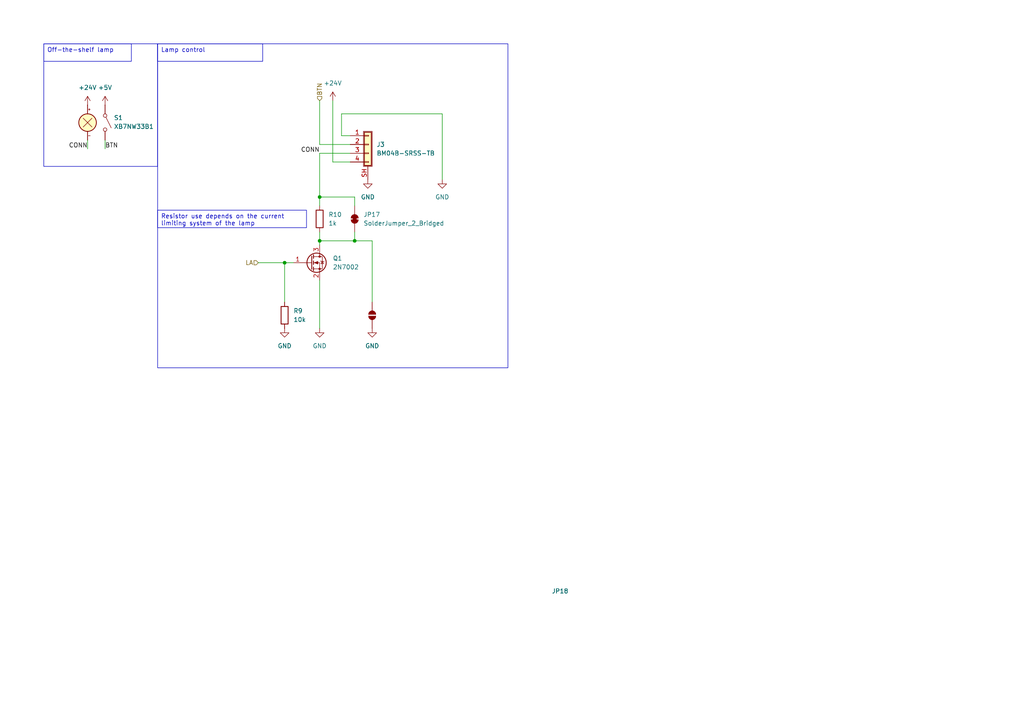
<source format=kicad_sch>
(kicad_sch (version 20231120) (generator "eeschema") (generator_version "8.0")
  (paper "A4")
  (lib_symbols
    (symbol "Connector_Generic_Shielded:Conn_01x04_Shielded" (pin_names (offset 1.016) hide)
      (property "Reference" "J" (at 0.254 4.826 0))
      (property "Value" "Conn_01x04_Shielded" (at 1.016 -7.366 0))
      (symbol "Conn_01x04_Shielded_1_1"
        (rectangle (start -1.27 3.81) (end 1.27 -6.35) (stroke (width 0.1524)))
        (rectangle (start -1.016 -4.953) (end 0.254 -5.207) (stroke (width 0.1524)))
        (rectangle (start -1.016 -2.413) (end 0.254 -2.667) (stroke (width 0.1524)))
        (rectangle (start -1.016 0.127) (end 0.254 -0.127) (stroke (width 0.1524)))
        (rectangle (start -1.016 2.667) (end 0.254 2.413) (stroke (width 0.1524)))
        (rectangle (start -1.016 3.556) (end 1.016 -6.096) (stroke (width 0.254)) (fill (type background)))
        (pin passive line (at -5.08 2.54 0) (length 4.064) (name "Pin_1") (number "1"))
        (pin passive line (at -5.08 0 0) (length 4.064) (name "Pin_2") (number "2"))
        (pin passive line (at -5.08 -2.54 0) (length 4.064) (name "Pin_3") (number "3"))
        (pin passive line (at -5.08 -5.08 0) (length 4.064) (name "Pin_4") (number "4"))
        (pin passive line (at 0 -10.16 90) (length 3.81) (name "Shield") (number "SH"))
      )
    )
    (symbol "Device:R" (pin_numbers hide) (pin_names (offset 0))
      (property "Reference" "R" (at 2.032 0 90))
      (property "Value" "R" (at 0 0 90))
      (symbol "R_0_1"
        (rectangle (start -1.016 -2.54) (end 1.016 2.54) (stroke (width 0.254)))
      )
      (symbol "R_1_1"
        (pin passive line (at 0 3.81 270) (length 1.27) (name "~") (number "1"))
        (pin passive line (at 0 -3.81 90) (length 1.27) (name "~") (number "2"))
      )
    )
    (symbol "Jumper:SolderJumper_2_Bridged" (pin_numbers hide) (pin_names (offset 0) hide) (exclude_from_sim yes) (in_bom no)
      (property "Reference" "JP" (at 0 2.032 0))
      (property "Value" "SolderJumper_2_Bridged" (at 0 -2.54 0))
      (symbol "SolderJumper_2_Bridged_0_1"
        (rectangle (start -0.508 0.508) (end 0.508 -0.508) (fill (type outline)))
        (arc (start -0.254 1.016) (mid -1.2656 0) (end -0.254 -1.016))
        (arc (start -0.254 1.016) (mid -1.2656 0) (end -0.254 -1.016) (fill (type outline)))
        (polyline (pts (xy -0.254 1.016) (xy -0.254 -1.016)))
        (polyline (pts (xy 0.254 1.016) (xy 0.254 -1.016)))
        (arc (start 0.254 -1.016) (mid 1.2656 0) (end 0.254 1.016))
        (arc (start 0.254 -1.016) (mid 1.2656 0) (end 0.254 1.016) (fill (type outline)))
      )
      (symbol "SolderJumper_2_Bridged_1_1"
        (pin passive line (at -3.81 0 0) (length 2.54) (name "A") (number "1"))
        (pin passive line (at 3.81 0 180) (length 2.54) (name "B") (number "2"))
      )
    )
    (symbol "Jumper:SolderJumper_2_Open" (pin_numbers hide) (pin_names (offset 0) hide) (exclude_from_sim yes) (in_bom no)
      (property "Reference" "JP" (at 0 2.032 0))
      (property "Value" "SolderJumper_2_Open" (at 0 -2.54 0))
      (symbol "SolderJumper_2_Open_0_1"
        (arc (start -0.254 1.016) (mid -1.2656 0) (end -0.254 -1.016))
        (arc (start -0.254 1.016) (mid -1.2656 0) (end -0.254 -1.016) (fill (type outline)))
        (polyline (pts (xy -0.254 1.016) (xy -0.254 -1.016)))
        (polyline (pts (xy 0.254 1.016) (xy 0.254 -1.016)))
        (arc (start 0.254 -1.016) (mid 1.2656 0) (end 0.254 1.016))
        (arc (start 0.254 -1.016) (mid 1.2656 0) (end 0.254 1.016) (fill (type outline)))
      )
      (symbol "SolderJumper_2_Open_1_1"
        (pin passive line (at -3.81 0 0) (length 2.54) (name "A") (number "1"))
        (pin passive line (at 3.81 0 180) (length 2.54) (name "B") (number "2"))
      )
    )
    (symbol "Transistor_FET:2N7002" (pin_names hide)
      (property "Reference" "Q" (at 5.08 1.905 0))
      (property "Value" "2N7002" (at 5.08 0 0))
      (symbol "2N7002_0_1"
        (polyline (pts (xy 0.254 0) (xy -2.54 0)))
        (polyline (pts (xy 0.254 1.905) (xy 0.254 -1.905)) (stroke (width 0.254)))
        (polyline (pts (xy 0.762 -1.27) (xy 0.762 -2.286)) (stroke (width 0.254)))
        (polyline (pts (xy 0.762 0.508) (xy 0.762 -0.508)) (stroke (width 0.254)))
        (polyline (pts (xy 0.762 2.286) (xy 0.762 1.27)) (stroke (width 0.254)))
        (polyline (pts (xy 2.54 2.54) (xy 2.54 1.778)))
        (polyline (pts (xy 2.54 -2.54) (xy 2.54 0) (xy 0.762 0)))
        (polyline (pts (xy 0.762 -1.778) (xy 3.302 -1.778) (xy 3.302 1.778) (xy 0.762 1.778)))
        (polyline (pts (xy 1.016 0) (xy 2.032 0.381) (xy 2.032 -0.381) (xy 1.016 0)) (fill (type outline)))
        (polyline (pts (xy 2.794 0.508) (xy 2.921 0.381) (xy 3.683 0.381) (xy 3.81 0.254)))
        (polyline (pts (xy 3.302 0.381) (xy 2.921 -0.254) (xy 3.683 -0.254) (xy 3.302 0.381)))
        (circle (center 1.651 0) (radius 2.794) (stroke (width 0.254)))
        (circle (center 2.54 -1.778) (radius 0.254) (fill (type outline)))
        (circle (center 2.54 1.778) (radius 0.254) (fill (type outline)))
      )
      (symbol "2N7002_1_1"
        (pin input line (at -5.08 0 0) (length 2.54) (name "G") (number "1"))
        (pin passive line (at 2.54 -5.08 90) (length 2.54) (name "S") (number "2"))
        (pin passive line (at 2.54 5.08 270) (length 2.54) (name "D") (number "3"))
      )
    )
    (symbol "breakout:XB7NW33B1" (pin_numbers hide) (pin_names (offset 1.016) hide)
      (property "Reference" "S" (at 2.54 2.54 0))
      (property "Value" "XB7NW33B1" (at 2.54 0 0))
      (symbol "XB7NW33B1_0_1"
        (circle (center 0 -2.032) (radius 0.508))
        (polyline (pts (xy -6.35 1.27) (xy -3.81 -1.27)))
        (polyline (pts (xy -3.81 1.27) (xy -6.35 -1.27)))
        (polyline (pts (xy 0.254 1.524) (xy 1.778 -1.524)))
        (circle (center 0 2.032) (radius 0.508))
      )
      (symbol "XB7NW33B1_1_1"
        (circle (center -5.08 0) (radius 2.54) (stroke (width 0.254)) (fill (type background)))
        (polyline (pts (xy -4.826 -3.81) (xy -4.318 -3.81)))
        (polyline (pts (xy -4.826 3.81) (xy -4.318 3.81)))
        (polyline (pts (xy -4.572 4.064) (xy -4.572 3.556)))
        (pin passive line (at 0 5.08 270) (length 2.54) (name "13") (number "1"))
        (pin passive line (at 0 -5.08 90) (length 2.54) (name "14") (number "2"))
        (pin power_in line (at -5.08 5.08 270) (length 2.54) (name "x1(-)") (number "3"))
        (pin passive line (at -5.08 -5.08 90) (length 2.54) (name "X2(+)") (number "4"))
      )
    )
    (symbol "power:+24V" (power) (pin_numbers hide) (pin_names (offset 0) hide)
      (property "Value" "+24V" (at 0 3.556 0))
      (symbol "+24V_0_1"
        (polyline (pts (xy -0.762 1.27) (xy 0 2.54)))
        (polyline (pts (xy 0 0) (xy 0 2.54)))
        (polyline (pts (xy 0 2.54) (xy 0.762 1.27)))
      )
      (symbol "+24V_1_1"
        (pin power_in line (at 0 0 90) (length 0) (name "~") (number "1"))
      )
    )
    (symbol "power:+5V" (power) (pin_numbers hide) (pin_names (offset 0) hide)
      (property "Value" "+5V" (at 0 3.556 0))
      (symbol "+5V_0_1"
        (polyline (pts (xy -0.762 1.27) (xy 0 2.54)))
        (polyline (pts (xy 0 0) (xy 0 2.54)))
        (polyline (pts (xy 0 2.54) (xy 0.762 1.27)))
      )
      (symbol "+5V_1_1"
        (pin power_in line (at 0 0 90) (length 0) (name "~") (number "1"))
      )
    )
    (symbol "power:GND" (power) (pin_numbers hide) (pin_names (offset 0) hide)
      (property "Value" "GND" (at 0 -3.81 0))
      (symbol "GND_0_1"
        (polyline (pts (xy 0 0) (xy 0 -1.27) (xy 1.27 -1.27) (xy 0 -2.54) (xy -1.27 -1.27) (xy 0 -1.27)))
      )
      (symbol "GND_1_1"
        (pin power_in line (at 0 0 270) (length 0) (name "~") (number "1"))
      )
    )
  )
  (junction (at 82.55 76.2))
  (junction (at 102.87 69.85))
  (junction (at 92.71 57.15))
  (junction (at 92.71 69.85))
  (wire (pts (xy 96.52 46.99) (xy 101.6 46.99)))
  (wire (pts (xy 99.06 33.02) (xy 99.06 39.37)))
  (wire (pts (xy 25.4 43.18) (xy 25.4 40.64)))
  (wire (pts (xy 92.71 29.21) (xy 92.71 41.91)))
  (wire (pts (xy 102.87 67.31) (xy 102.87 69.85)))
  (wire (pts (xy 128.27 52.07) (xy 128.27 33.02)))
  (wire (pts (xy 102.87 69.85) (xy 92.71 69.85)))
  (wire (pts (xy 92.71 67.31) (xy 92.71 69.85)))
  (wire (pts (xy 30.48 43.18) (xy 30.48 40.64)))
  (wire (pts (xy 92.71 57.15) (xy 92.71 59.69)))
  (wire (pts (xy 107.95 69.85) (xy 102.87 69.85)))
  (wire (pts (xy 74.93 76.2) (xy 82.55 76.2)))
  (wire (pts (xy 102.87 57.15) (xy 92.71 57.15)))
  (wire (pts (xy 92.71 44.45) (xy 92.71 57.15)))
  (wire (pts (xy 99.06 39.37) (xy 101.6 39.37)))
  (wire (pts (xy 92.71 69.85) (xy 92.71 71.12)))
  (wire (pts (xy 82.55 76.2) (xy 85.09 76.2)))
  (wire (pts (xy 82.55 76.2) (xy 82.55 87.63)))
  (wire (pts (xy 128.27 33.02) (xy 99.06 33.02)))
  (wire (pts (xy 102.87 59.69) (xy 102.87 57.15)))
  (wire (pts (xy 92.71 95.25) (xy 92.71 81.28)))
  (wire (pts (xy 101.6 44.45) (xy 92.71 44.45)))
  (wire (pts (xy 92.71 41.91) (xy 101.6 41.91)))
  (wire (pts (xy 96.52 29.21) (xy 96.52 46.99)))
  (wire (pts (xy 107.95 69.85) (xy 107.95 87.63)))
  (rectangle (start 45.72 12.7) (end 147.32 106.68))
  (rectangle (start 12.7 12.7) (end 45.72 48.26))
  (text_box "Resistor use depends on the current limiting system of the lamp" (at 45.72 60.96 0) (size 43.18 5.08) (effects (font (size 1.27 1.27)) (justify left top)))
  (text_box "Lamp control" (at 45.72 12.7 0) (size 30.48 5.08) (effects (font (size 1.27 1.27)) (justify left top)))
  (text_box "Off-the-shelf lamp" (at 12.7 12.7 0) (size 25.4 5.08) (effects (font (size 1.27 1.27)) (justify left top)))
  (label "CONN" (at 92.71 44.45 180))
  (label "BTN" (at 30.48 43.18 0))
  (label "CONN" (at 25.4 43.18 180))
  (hierarchical_label "LA" (shape input) (at 74.93 76.2 180))
  (hierarchical_label "BTN" (shape input) (at 92.71 29.21 90))
  (symbol (lib_id "Jumper:SolderJumper_2_Open") (at 107.95 91.44 270) (unit 1) (exclude_from_sim yes) (in_bom no)
    (property "Reference" "JP18" (at 160.02 171.4499 90) (effects (justify left)))
    (property "Value" "SolderJumper_2_Open" (effects (hide yes)))
    (property "Footprint" "Jumper:SolderJumper-2_P1.3mm_Open_Pad1.0x1.5mm" (effects (hide yes)))
    (property "Description" "Solder Jumper, 2-pole, open" (effects (hide yes)))
    (instances (project "elec" (path "" (reference "JP18") (unit 1)) (path "" (reference "JP16") (unit 1)) (path "" (reference "JP20") (unit 1)) (path "" (reference "JP22") (unit 1)) (path "" (reference "JP24") (unit 1)) (path "" (reference "JP26") (unit 1)) (path "" (reference "JP28") (unit 1)) (path "" (reference "JP30") (unit 1)) (path "" (reference "JP32") (unit 1)) (path "" (reference "JP34") (unit 1))))
  )
  (symbol (lib_id "power:+24V") (at 25.4 30.48 0) (unit 1)
    (property "Reference" "#PWR027" (effects (hide yes)))
    (property "Value" "+24V" (at 25.4 25.4 0))
    (property "Description" "Power symbol creates a global label with name \"+24V\"" (effects (hide yes)))
    (instances (project "elec" (path "" (reference "#PWR027") (unit 1)) (path "" (reference "#PWR035") (unit 1)) (path "" (reference "#PWR043") (unit 1)) (path "" (reference "#PWR051") (unit 1)) (path "" (reference "#PWR059") (unit 1)) (path "" (reference "#PWR067") (unit 1)) (path "" (reference "#PWR075") (unit 1)) (path "" (reference "#PWR083") (unit 1)) (path "" (reference "#PWR091") (unit 1)) (path "" (reference "#PWR099") (unit 1))))
  )
  (symbol (lib_id "power:GND") (at 82.55 95.25 0) (unit 1)
    (property "Reference" "#PWR029" (effects (hide yes)))
    (property "Value" "GND" (at 82.55 100.33 0))
    (property "Description" "Power symbol creates a global label with name \"GND\" , ground" (effects (hide yes)))
    (instances (project "elec" (path "" (reference "#PWR029") (unit 1)) (path "" (reference "#PWR037") (unit 1)) (path "" (reference "#PWR045") (unit 1)) (path "" (reference "#PWR053") (unit 1)) (path "" (reference "#PWR061") (unit 1)) (path "" (reference "#PWR069") (unit 1)) (path "" (reference "#PWR077") (unit 1)) (path "" (reference "#PWR085") (unit 1)) (path "" (reference "#PWR093") (unit 1)) (path "" (reference "#PWR0101") (unit 1))))
  )
  (symbol (lib_id "power:GND") (at 92.71 95.25 0) (unit 1)
    (property "Reference" "#PWR030" (effects (hide yes)))
    (property "Value" "GND" (at 92.71 100.33 0))
    (property "Description" "Power symbol creates a global label with name \"GND\" , ground" (effects (hide yes)))
    (instances (project "elec" (path "" (reference "#PWR030") (unit 1)) (path "" (reference "#PWR038") (unit 1)) (path "" (reference "#PWR046") (unit 1)) (path "" (reference "#PWR054") (unit 1)) (path "" (reference "#PWR062") (unit 1)) (path "" (reference "#PWR070") (unit 1)) (path "" (reference "#PWR078") (unit 1)) (path "" (reference "#PWR086") (unit 1)) (path "" (reference "#PWR094") (unit 1)) (path "" (reference "#PWR0102") (unit 1))))
  )
  (symbol (lib_id "breakout:XB7NW33B1") (at 30.48 35.56 0) (unit 1) (in_bom no) (on_board no)
    (property "Reference" "S1" (at 33.02 34.1629 0) (effects (justify left)))
    (property "Value" "XB7NW33B1" (at 33.02 36.7029 0) (effects (justify left)))
    (property "Datasheet" "https://www.se.com/us/en/product/XB7NW33B1/monolithic-illuminated-push-button-harmony-xb7-plastic-green-22mm-integral-led-spring-return-24v-ac-dc-1no/" (effects (hide yes)))
    (property "Description" "Push button switch with 24V backlighting" (effects (hide yes)))
    (instances (project "elec" (path "" (reference "S1") (unit 1)) (path "" (reference "S2") (unit 1)) (path "" (reference "S3") (unit 1)) (path "" (reference "S4") (unit 1)) (path "" (reference "S5") (unit 1)) (path "" (reference "S6") (unit 1)) (path "" (reference "S7") (unit 1)) (path "" (reference "S8") (unit 1)) (path "" (reference "S9") (unit 1)) (path "" (reference "S10") (unit 1))))
  )
  (symbol (lib_id "Jumper:SolderJumper_2_Bridged") (at 102.87 63.5 90) (unit 1) (exclude_from_sim yes) (in_bom no)
    (property "Reference" "JP17" (at 105.41 62.2299 90) (effects (justify right)))
    (property "Value" "SolderJumper_2_Bridged" (at 105.41 64.7699 90) (effects (justify right)))
    (property "Footprint" "Jumper:SolderJumper-2_P1.3mm_Bridged_Pad1.0x1.5mm" (effects (hide yes)))
    (property "Description" "Solder Jumper, 2-pole, closed/bridged" (effects (hide yes)))
    (instances (project "elec" (path "" (reference "JP17") (unit 1)) (path "" (reference "JP15") (unit 1)) (path "" (reference "JP19") (unit 1)) (path "" (reference "JP21") (unit 1)) (path "" (reference "JP23") (unit 1)) (path "" (reference "JP25") (unit 1)) (path "" (reference "JP27") (unit 1)) (path "" (reference "JP29") (unit 1)) (path "" (reference "JP31") (unit 1)) (path "" (reference "JP33") (unit 1))))
  )
  (symbol (lib_id "Device:R") (at 82.55 91.44 0) (unit 1)
    (property "Reference" "R9" (at 85.09 90.1699 0) (effects (justify left)))
    (property "Value" "10k" (at 85.09 92.7099 0) (effects (justify left)))
    (property "Footprint" "Resistor_SMD:R_0805_2012Metric" (effects (hide yes)))
    (property "Description" "Resistor" (effects (hide yes)))
    (instances (project "elec" (path "" (reference "R9") (unit 1)) (path "" (reference "R11") (unit 1)) (path "" (reference "R13") (unit 1)) (path "" (reference "R15") (unit 1)) (path "" (reference "R17") (unit 1)) (path "" (reference "R19") (unit 1)) (path "" (reference "R21") (unit 1)) (path "" (reference "R23") (unit 1)) (path "" (reference "R25") (unit 1)) (path "" (reference "R27") (unit 1))))
  )
  (symbol (lib_id "power:+24V") (at 96.52 29.21 0) (unit 1)
    (property "Reference" "#PWR031" (effects (hide yes)))
    (property "Value" "+24V" (at 96.52 24.13 0))
    (property "Description" "Power symbol creates a global label with name \"+24V\"" (effects (hide yes)))
    (instances (project "elec" (path "" (reference "#PWR031") (unit 1)) (path "" (reference "#PWR039") (unit 1)) (path "" (reference "#PWR047") (unit 1)) (path "" (reference "#PWR055") (unit 1)) (path "" (reference "#PWR063") (unit 1)) (path "" (reference "#PWR071") (unit 1)) (path "" (reference "#PWR079") (unit 1)) (path "" (reference "#PWR087") (unit 1)) (path "" (reference "#PWR095") (unit 1)) (path "" (reference "#PWR0103") (unit 1))))
  )
  (symbol (lib_id "power:GND") (at 128.27 52.07 0) (unit 1)
    (property "Reference" "#PWR034" (effects (hide yes)))
    (property "Value" "GND" (at 128.27 57.15 0))
    (property "Description" "Power symbol creates a global label with name \"GND\" , ground" (effects (hide yes)))
    (instances (project "elec" (path "" (reference "#PWR034") (unit 1)) (path "" (reference "#PWR042") (unit 1)) (path "" (reference "#PWR050") (unit 1)) (path "" (reference "#PWR058") (unit 1)) (path "" (reference "#PWR066") (unit 1)) (path "" (reference "#PWR074") (unit 1)) (path "" (reference "#PWR082") (unit 1)) (path "" (reference "#PWR090") (unit 1)) (path "" (reference "#PWR098") (unit 1)) (path "" (reference "#PWR0106") (unit 1))))
  )
  (symbol (lib_id "Transistor_FET:2N7002") (at 90.17 76.2 0) (unit 1)
    (property "Reference" "Q1" (at 96.52 74.9299 0) (effects (justify left)))
    (property "Value" "2N7002" (at 96.52 77.4699 0) (effects (justify left)))
    (property "Footprint" "Package_TO_SOT_SMD:SOT-23" (effects (hide yes)))
    (property "Datasheet" "https://www.onsemi.com/pub/Collateral/NDS7002A-D.PDF" (effects (hide yes)))
    (property "Description" "0.115A Id, 60V Vds, N-Channel MOSFET, SOT-23" (effects (hide yes)))
    (instances (project "elec" (path "" (reference "Q1") (unit 1)) (path "" (reference "Q2") (unit 1)) (path "" (reference "Q3") (unit 1)) (path "" (reference "Q4") (unit 1)) (path "" (reference "Q5") (unit 1)) (path "" (reference "Q6") (unit 1)) (path "" (reference "Q7") (unit 1)) (path "" (reference "Q8") (unit 1)) (path "" (reference "Q9") (unit 1)) (path "" (reference "Q10") (unit 1))))
  )
  (symbol (lib_id "power:GND") (at 106.68 52.07 0) (unit 1)
    (property "Reference" "#PWR032" (effects (hide yes)))
    (property "Value" "GND" (at 106.68 57.15 0))
    (property "Description" "Power symbol creates a global label with name \"GND\" , ground" (effects (hide yes)))
    (instances (project "elec" (path "" (reference "#PWR032") (unit 1)) (path "" (reference "#PWR040") (unit 1)) (path "" (reference "#PWR048") (unit 1)) (path "" (reference "#PWR056") (unit 1)) (path "" (reference "#PWR064") (unit 1)) (path "" (reference "#PWR072") (unit 1)) (path "" (reference "#PWR080") (unit 1)) (path "" (reference "#PWR088") (unit 1)) (path "" (reference "#PWR096") (unit 1)) (path "" (reference "#PWR0104") (unit 1))))
  )
  (symbol (lib_id "Device:R") (at 92.71 63.5 0) (unit 1)
    (property "Reference" "R10" (at 95.25 62.2299 0) (effects (justify left)))
    (property "Value" "1k" (at 95.25 64.7699 0) (effects (justify left)))
    (property "Footprint" "Resistor_SMD:R_0805_2012Metric" (effects (hide yes)))
    (property "Description" "Resistor" (effects (hide yes)))
    (instances (project "elec" (path "" (reference "R10") (unit 1)) (path "" (reference "R12") (unit 1)) (path "" (reference "R14") (unit 1)) (path "" (reference "R16") (unit 1)) (path "" (reference "R18") (unit 1)) (path "" (reference "R20") (unit 1)) (path "" (reference "R22") (unit 1)) (path "" (reference "R24") (unit 1)) (path "" (reference "R26") (unit 1)) (path "" (reference "R28") (unit 1))))
  )
  (symbol (lib_id "power:GND") (at 107.95 95.25 0) (unit 1)
    (property "Reference" "#PWR041" (effects (hide yes)))
    (property "Value" "GND" (at 107.95 100.33 0))
    (property "Description" "Power symbol creates a global label with name \"GND\" , ground" (effects (hide yes)))
    (instances (project "elec" (path "" (reference "#PWR041") (unit 1)) (path "" (reference "#PWR033") (unit 1)) (path "" (reference "#PWR049") (unit 1)) (path "" (reference "#PWR057") (unit 1)) (path "" (reference "#PWR065") (unit 1)) (path "" (reference "#PWR073") (unit 1)) (path "" (reference "#PWR081") (unit 1)) (path "" (reference "#PWR089") (unit 1)) (path "" (reference "#PWR097") (unit 1)) (path "" (reference "#PWR0105") (unit 1))))
  )
  (symbol (lib_id "power:+5V") (at 30.48 30.48 0) (unit 1)
    (property "Reference" "#PWR028" (effects (hide yes)))
    (property "Value" "+5V" (at 30.48 25.4 0))
    (property "Description" "Power symbol creates a global label with name \"+5V\"" (effects (hide yes)))
    (instances (project "elec" (path "" (reference "#PWR028") (unit 1)) (path "" (reference "#PWR036") (unit 1)) (path "" (reference "#PWR044") (unit 1)) (path "" (reference "#PWR052") (unit 1)) (path "" (reference "#PWR060") (unit 1)) (path "" (reference "#PWR068") (unit 1)) (path "" (reference "#PWR076") (unit 1)) (path "" (reference "#PWR084") (unit 1)) (path "" (reference "#PWR092") (unit 1)) (path "" (reference "#PWR0100") (unit 1))))
  )
  (symbol (lib_id "Connector_Generic_Shielded:Conn_01x04_Shielded") (at 106.68 41.91 0) (unit 1)
    (property "Reference" "J3" (at 109.22 41.9099 0) (effects (justify left)))
    (property "Value" "BM04B-SRSS-TB" (at 109.22 44.4499 0) (effects (justify left)))
    (property "Footprint" "jlcpcb:JST_SH_BM04B-SRSS-TB_1x04-1MP_P1.00mm_Vertical" (effects (hide yes)))
    (property "Description" "Generic shielded connector, single row, 01x04, script generated (kicad-library-utils/schlib/autogen/connector/)" (effects (hide yes)))
    (instances (project "elec" (path "" (reference "J3") (unit 1)) (path "" (reference "J4") (unit 1)) (path "" (reference "J5") (unit 1)) (path "" (reference "J6") (unit 1)) (path "" (reference "J7") (unit 1)) (path "" (reference "J8") (unit 1)) (path "" (reference "J9") (unit 1)) (path "" (reference "J10") (unit 1)) (path "" (reference "J11") (unit 1)) (path "" (reference "J12") (unit 1))))
  )
)
</source>
